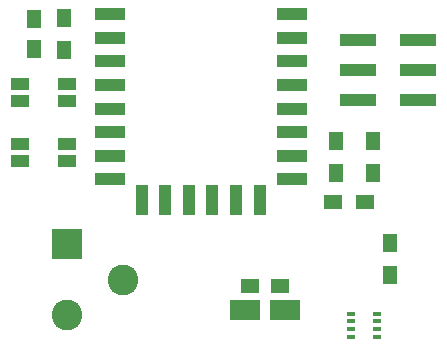
<source format=gbr>
G04 #@! TF.FileFunction,Soldermask,Top*
%FSLAX46Y46*%
G04 Gerber Fmt 4.6, Leading zero omitted, Abs format (unit mm)*
G04 Created by KiCad (PCBNEW 4.0.6+dfsg1-1) date Sun Oct 29 21:06:04 2017*
%MOMM*%
%LPD*%
G01*
G04 APERTURE LIST*
%ADD10C,0.100000*%
%ADD11R,1.500000X1.100000*%
%ADD12R,1.250000X1.500000*%
%ADD13R,2.600000X1.800000*%
%ADD14R,1.500000X1.250000*%
%ADD15R,2.600000X2.600000*%
%ADD16C,2.600000*%
%ADD17R,3.150000X1.000000*%
%ADD18R,1.500000X1.300000*%
%ADD19R,1.300000X1.500000*%
%ADD20R,0.700000X0.350000*%
%ADD21R,2.500000X1.100000*%
%ADD22R,1.100000X2.500000*%
G04 APERTURE END LIST*
D10*
D11*
X154210000Y-120969000D03*
X154210000Y-119569000D03*
X158210000Y-120969000D03*
X158210000Y-119569000D03*
D12*
X155448000Y-108986000D03*
X155448000Y-111486000D03*
D13*
X176706000Y-133604000D03*
X173306000Y-133604000D03*
D14*
X176256000Y-131572000D03*
X173756000Y-131572000D03*
D11*
X154210000Y-115889000D03*
X154210000Y-114489000D03*
X158210000Y-115889000D03*
X158210000Y-114489000D03*
D15*
X158242000Y-128016000D03*
D16*
X158242000Y-134016000D03*
X162942000Y-131016000D03*
D17*
X187945000Y-115824000D03*
X182895000Y-115824000D03*
X187945000Y-113284000D03*
X182895000Y-113284000D03*
X187945000Y-110744000D03*
X182895000Y-110744000D03*
D18*
X183468000Y-124460000D03*
X180768000Y-124460000D03*
D19*
X185547000Y-127936000D03*
X185547000Y-130636000D03*
X184150000Y-122000000D03*
X184150000Y-119300000D03*
X180975000Y-122000000D03*
X180975000Y-119300000D03*
X157988000Y-108886000D03*
X157988000Y-111586000D03*
D20*
X184513000Y-133899000D03*
X184513000Y-134549000D03*
X184513000Y-135199000D03*
X184513000Y-135849000D03*
X182263000Y-135849000D03*
X182263000Y-135199000D03*
X182263000Y-134549000D03*
X182263000Y-133899000D03*
D21*
X161858501Y-108543001D03*
X161858501Y-110543001D03*
X161858501Y-112543001D03*
X161858501Y-114543001D03*
X161858501Y-116543001D03*
X161858501Y-118543001D03*
X161858501Y-120543001D03*
X161858501Y-122543001D03*
X177258501Y-122543001D03*
X177258501Y-120543001D03*
X177258501Y-118543001D03*
X177258501Y-116543001D03*
X177258501Y-114543001D03*
X177258501Y-112543001D03*
X177258501Y-110543001D03*
X177258501Y-108543001D03*
D22*
X164548501Y-124243001D03*
X166548501Y-124243001D03*
X168548501Y-124243001D03*
X170548501Y-124243001D03*
X172548501Y-124243001D03*
X174548501Y-124243001D03*
M02*

</source>
